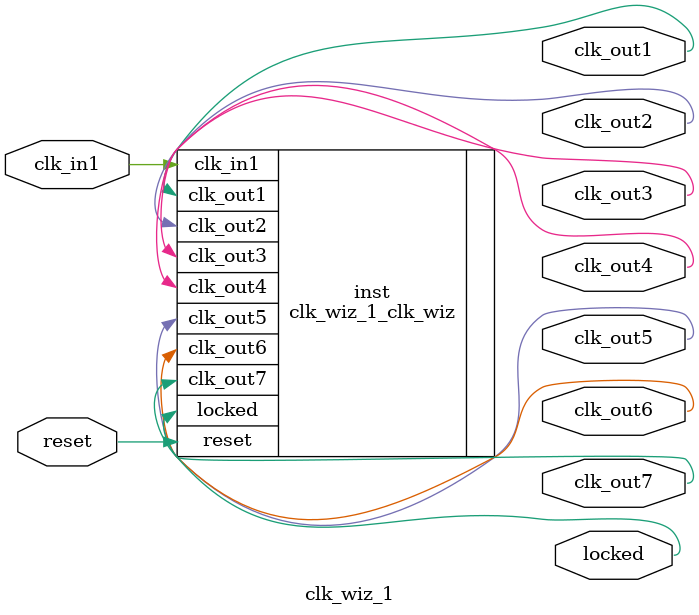
<source format=v>


`timescale 1ps/1ps

(* CORE_GENERATION_INFO = "clk_wiz_1,clk_wiz_v6_0_2_0_0,{component_name=clk_wiz_1,use_phase_alignment=true,use_min_o_jitter=false,use_max_i_jitter=false,use_dyn_phase_shift=false,use_inclk_switchover=false,use_dyn_reconfig=false,enable_axi=0,feedback_source=FDBK_AUTO,PRIMITIVE=MMCM,num_out_clk=7,clkin1_period=20.000,clkin2_period=10.0,use_power_down=false,use_reset=true,use_locked=true,use_inclk_stopped=false,feedback_type=SINGLE,CLOCK_MGR_TYPE=NA,manual_override=false}" *)

module clk_wiz_1 
 (
  // Clock out ports
  output        clk_out1,
  output        clk_out2,
  output        clk_out3,
  output        clk_out4,
  output        clk_out5,
  output        clk_out6,
  output        clk_out7,
  // Status and control signals
  input         reset,
  output        locked,
 // Clock in ports
  input         clk_in1
 );

  clk_wiz_1_clk_wiz inst
  (
  // Clock out ports  
  .clk_out1(clk_out1),
  .clk_out2(clk_out2),
  .clk_out3(clk_out3),
  .clk_out4(clk_out4),
  .clk_out5(clk_out5),
  .clk_out6(clk_out6),
  .clk_out7(clk_out7),
  // Status and control signals               
  .reset(reset), 
  .locked(locked),
 // Clock in ports
  .clk_in1(clk_in1)
  );

endmodule

</source>
